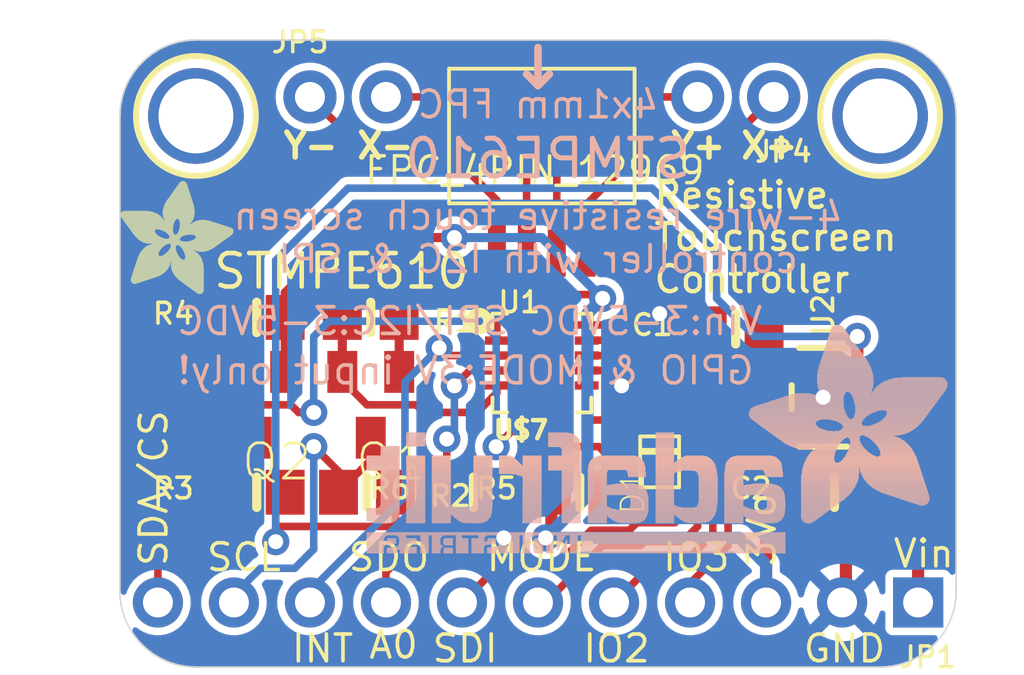
<source format=kicad_pcb>
(kicad_pcb (version 20221018) (generator pcbnew)
  (layers (0 "F.Cu" signal) (31 "B.Cu" signal) (34 "B.Paste" user) (35 "F.Paste" user) (36 "B.SilkS" user "B.Silkscreen") (37 "F.SilkS" user "F.Silkscreen") (38 "B.Mask" user) (39 "F.Mask" user) (44 "Edge.Cuts" user))
  (net 0 "")
  (net 1 "GND")
  (net 2 "A0")
  (net 3 "INT")
  (net 4 "GPIO2")
  (net 5 "GPIO3")
  (net 6 "Y+")
  (net 7 "Y-")
  (net 8 "X+")
  (net 9 "X-")
  (net 10 "SDA_3V")
  (net 11 "SCL_3V")
  (net 12 "SDA_5V")
  (net 13 "SCL_5V")
  (net 14 "+3V3")
  (net 15 "+5V")
  (net 16 "MOSI_3V")
  (net 17 "MOSI_5V")
  (net 18 "MODE")
  (footprint "working:SOD-323F" (layer "F.Cu") (at 152.5651 108.6231 90)
    (fp_text reference "D1" (at -1.8 -0.9 90) (layer "F.SilkS") (effects (font (size 0.752978 0.752978) (thickness 0.059822)) (justify left)))
    (fp_text value "1N4148")
    (pad "A" smd rect (at -1 0 90) (size 1 0.8) (layers "F.Cu" "F.Paste" "F.Mask") (net 16 "MOSI_3V"))
    (pad "C" smd rect (at 1 0 90) (size 1 0.8) (layers "F.Cu" "F.Paste" "F.Mask") (net 17 "MOSI_5V"))
  )
  (footprint "working:ADAFRUIT_3.5MM" (layer "F.Cu") (at 134.5311 103.0351)
    (fp_text reference "U$8" hide)
    (fp_text value "" hide)
  )
  (footprint "working:FIDUCIAL_1MM" (layer "F.Cu") (at 139.4841 99.6061)
    (fp_text reference "FID1" hide)
    (fp_text value "FIDUCIAL\"\"" hide)
    (pad "1" smd roundrect (at 0 0) (size 1 1) (layers "F.Cu" "F.Mask") (roundrect_rratio 0.5))
  )
  (footprint "working:0805-NO" (layer "F.Cu") (at 146.3421 109.6391 180)
    (fp_text reference "R6" (at 2.032 0.127) (layer "F.SilkS") (effects (font (size 0.692831 0.692831) (thickness 0.119969)) (justify right)))
    (fp_text value "10K")
    (pad "1" smd rect (at -0.95 0 180) (size 1.3 1.5) (layers "F.Cu" "F.Paste" "F.Mask") (net 1 "GND"))
    (pad "2" smd rect (at 0.95 0 180) (size 1.3 1.5) (layers "F.Cu" "F.Paste" "F.Mask") (net 2 "A0"))
  )
  (footprint "working:1X02_ROUND" (layer "F.Cu") (at 142.1511 96.4311)
    (fp_text reference "JP5" (at -2.6162 -1.8288) (layer "F.SilkS") (effects (font (size 0.692831 0.692831) (thickness 0.119969)) (justify left)))
    (fp_text value "")
    (pad "1" thru_hole circle (at -1.27 0 90) (size 1.778 1.778) (drill 1) (layers "*.Cu" "*.Mask") (net 7 "Y-"))
    (pad "2" thru_hole circle (at 1.27 0 90) (size 1.778 1.778) (drill 1) (layers "*.Cu" "*.Mask") (net 9 "X-"))
  )
  (footprint "working:0805-NO" (layer "F.Cu") (at 142.7861 109.6391)
    (fp_text reference "R2" (at 2.032 0.127) (layer "F.SilkS") (effects (font (size 0.692831 0.692831) (thickness 0.119969)) (justify left)))
    (fp_text value "10K")
    (pad "1" smd rect (at -0.95 0) (size 1.3 1.5) (layers "F.Cu" "F.Paste" "F.Mask") (net 13 "SCL_5V"))
    (pad "2" smd rect (at 0.95 0) (size 1.3 1.5) (layers "F.Cu" "F.Paste" "F.Mask") (net 15 "+5V"))
  )
  (footprint "working:0805-NO" (layer "F.Cu") (at 155.1051 104.1781 180)
    (fp_text reference "C1" (at 2.032 0.127) (layer "F.SilkS") (effects (font (size 0.692831 0.692831) (thickness 0.119969)) (justify right)))
    (fp_text value "0.1uF")
    (pad "1" smd rect (at -0.95 0 180) (size 1.3 1.5) (layers "F.Cu" "F.Paste" "F.Mask") (net 14 "+3V3"))
    (pad "2" smd rect (at 0.95 0 180) (size 1.3 1.5) (layers "F.Cu" "F.Paste" "F.Mask") (net 1 "GND"))
  )
  (footprint "working:SOT23" (layer "F.Cu") (at 142.9131 106.7181 180)
    (fp_text reference "Q1" (at -1.905 -1.905) (layer "F.SilkS") (effects (font (size 1.176528 1.176528) (thickness 0.093472)) (justify right)))
    (fp_text value "BSS138")
    (pad "1" smd rect (at -0.95 1.1 180) (size 1 1.4) (layers "F.Cu" "F.Paste" "F.Mask") (net 14 "+3V3"))
    (pad "2" smd rect (at 0.95 1.1 180) (size 1 1.4) (layers "F.Cu" "F.Paste" "F.Mask") (net 11 "SCL_3V"))
    (pad "3" smd rect (at 0 -1.1 180) (size 1 1.4) (layers "F.Cu" "F.Paste" "F.Mask") (net 13 "SCL_5V"))
  )
  (footprint "working:MOUNTINGHOLE_2.5_PLATED" (layer "F.Cu") (at 137.0711 97.0661)
    (fp_text reference "U$4" hide)
    (fp_text value "MOUNTINGHOLE2.5" hide)
    (pad "P$1" thru_hole circle (at 0 0) (size 3.2 3.2) (drill 2.5) (layers "*.Cu" "*.Mask"))
    (zone (net 0) (net_name "") (layer "B.Cu") (connect_pads (clearance 0)) (min_thickness 0.25)
      (keepout (tracks not_allowed) (vias not_allowed) (pads not_allowed) (copperpour not_allowed) (footprints allowed))
      (fill (thermal_gap 0.5) (thermal_bridge_width 0.5))
      (polygon (pts (xy 139.0871 97.0661) (xy 139.06748 96.785527) (xy 139.009004 96.510415) (xy 138.912808 96.246119) (xy 138.780765 95.997783) (xy 138.615446 95.77024) (xy 138.420067 95.56792) (xy 138.198433 95.39476) (xy 137.954856 95.254131) (xy 137.694078 95.14877) (xy 137.421175 95.080728) (xy 137.141457 95.051328) (xy 136.860371 95.061144) (xy 136.583385 95.109984) (xy 136.315893 95.196897) (xy 136.0631 95.320193) (xy 135.829926 95.47747) (xy 135.620911 95.665669) (xy 135.440122 95.881125) (xy 135.291078 96.119645) (xy 135.17668 96.376587) (xy 135.099154 96.64695) (xy 135.060011 96.925471) (xy 135.060011 97.206729) (xy 135.099154 97.48525) (xy 135.17668 97.755613) (xy 135.291078 98.012555) (xy 135.440122 98.251075) (xy 135.620911 98.466531) (xy 135.829926 98.65473) (xy 136.0631 98.812007) (xy 136.315893 98.935303) (xy 136.583385 99.022216) (xy 136.860371 99.071056) (xy 137.141457 99.080872) (xy 137.421175 99.051472) (xy 137.694078 98.98343) (xy 137.954856 98.878069) (xy 138.198433 98.73744) (xy 138.420067 98.56428) (xy 138.615446 98.36196) (xy 138.780765 98.134417) (xy 138.912808 97.886081) (xy 139.009004 97.621785) (xy 139.06748 97.346673)))
      (polygon (pts (xy 137.0551 97.0661) (xy 137.059786 97.077414) (xy 137.0711 97.0821) (xy 137.082414 97.077414) (xy 137.0871 97.0661) (xy 137.082414 97.054786) (xy 137.0711 97.0501) (xy 137.059786 97.054786)))
    )
  )
  (footprint "working:0805-NO" (layer "F.Cu") (at 139.1031 109.6391 180)
    (fp_text reference "R3" (at 2.032 0.127) (layer "F.SilkS") (effects (font (size 0.692831 0.692831) (thickness 0.119969)) (justify right)))
    (fp_text value "10K")
    (pad "1" smd rect (at -0.95 0 180) (size 1.3 1.5) (layers "F.Cu" "F.Paste" "F.Mask") (net 15 "+5V"))
    (pad "2" smd rect (at 0.95 0 180) (size 1.3 1.5) (layers "F.Cu" "F.Paste" "F.Mask") (net 12 "SDA_5V"))
  )
  (footprint "working:FIDUCIAL_1MM" (layer "F.Cu") (at 137.3251 107.6071)
    (fp_text reference "FID3" hide)
    (fp_text value "FIDUCIAL\"\"" hide)
    (pad "1" smd roundrect (at 0 0) (size 1 1) (layers "F.Cu" "F.Mask") (roundrect_rratio 0.5))
  )
  (footprint "working:0805-NO" (layer "F.Cu") (at 142.9131 103.7971)
    (fp_text reference "R1" (at 2.032 0.127) (layer "F.SilkS") (effects (font (size 0.692831 0.692831) (thickness 0.119969)) (justify left)))
    (fp_text value "10K")
    (pad "1" smd rect (at -0.95 0) (size 1.3 1.5) (layers "F.Cu" "F.Paste" "F.Mask") (net 11 "SCL_3V"))
    (pad "2" smd rect (at 0.95 0) (size 1.3 1.5) (layers "F.Cu" "F.Paste" "F.Mask") (net 14 "+3V3"))
  )
  (footprint "working:MOUNTINGHOLE_2.5_PLATED" (layer "F.Cu") (at 159.9311 97.0661)
    (fp_text reference "U$5" hide)
    (fp_text value "MOUNTINGHOLE2.5" hide)
    (pad "P$1" thru_hole circle (at 0 0) (size 3.2 3.2) (drill 2.5) (layers "*.Cu" "*.Mask"))
    (zone (net 0) (net_name "") (layer "B.Cu") (connect_pads (clearance 0)) (min_thickness 0.25)
      (keepout (tracks not_allowed) (vias not_allowed) (pads not_allowed) (copperpour not_allowed) (footprints allowed))
      (fill (thermal_gap 0.5) (thermal_bridge_width 0.5))
      (polygon (pts (xy 161.9471 97.0661) (xy 161.92748 96.785527) (xy 161.869004 96.510415) (xy 161.772808 96.246119) (xy 161.640765 95.997783) (xy 161.475446 95.77024) (xy 161.280067 95.56792) (xy 161.058433 95.39476) (xy 160.814856 95.254131) (xy 160.554078 95.14877) (xy 160.281175 95.080728) (xy 160.001457 95.051328) (xy 159.720371 95.061144) (xy 159.443385 95.109984) (xy 159.175893 95.196897) (xy 158.9231 95.320193) (xy 158.689926 95.47747) (xy 158.480911 95.665669) (xy 158.300122 95.881125) (xy 158.151078 96.119645) (xy 158.03668 96.376587) (xy 157.959154 96.64695) (xy 157.920011 96.925471) (xy 157.920011 97.206729) (xy 157.959154 97.48525) (xy 158.03668 97.755613) (xy 158.151078 98.012555) (xy 158.300122 98.251075) (xy 158.480911 98.466531) (xy 158.689926 98.65473) (xy 158.9231 98.812007) (xy 159.175893 98.935303) (xy 159.443385 99.022216) (xy 159.720371 99.071056) (xy 160.001457 99.080872) (xy 160.281175 99.051472) (xy 160.554078 98.98343) (xy 160.814856 98.878069) (xy 161.058433 98.73744) (xy 161.280067 98.56428) (xy 161.475446 98.36196) (xy 161.640765 98.134417) (xy 161.772808 97.886081) (xy 161.869004 97.621785) (xy 161.92748 97.346673)))
      (polygon (pts (xy 159.9151 97.0661) (xy 159.919786 97.077414) (xy 159.9311 97.0821) (xy 159.942414 97.077414) (xy 159.9471 97.0661) (xy 159.942414 97.054786) (xy 159.9311 97.0501) (xy 159.919786 97.054786)))
    )
  )
  (footprint "working:0805-NO" (layer "F.Cu") (at 149.8981 109.6391 180)
    (fp_text reference "R5" (at 2.032 0.127) (layer "F.SilkS") (effects (font (size 0.692831 0.692831) (thickness 0.119969)) (justify right)))
    (fp_text value "10K")
    (pad "1" smd rect (at -0.95 0 180) (size 1.3 1.5) (layers "F.Cu" "F.Paste" "F.Mask") (net 16 "MOSI_3V"))
    (pad "2" smd rect (at 0.95 0 180) (size 1.3 1.5) (layers "F.Cu" "F.Paste" "F.Mask") (net 14 "+3V3"))
  )
  (footprint "working:QFN16_3MM" (layer "F.Cu") (at 148.6281 105.3211)
    (fp_text reference "U1" (at -1.524 -2.032) (layer "F.SilkS") (effects (font (size 0.692831 0.692831) (thickness 0.119969)) (justify left)))
    (fp_text value "STMPE610")
    (pad "P$1" smd rect (at -1.5 -0.75) (size 0.8 0.28) (layers "F.Cu" "F.Paste" "F.Mask") (net 7 "Y-"))
    (pad "P$2" smd rect (at -1.5 -0.25) (size 0.8 0.28) (layers "F.Cu" "F.Paste" "F.Mask") (net 3 "INT"))
    (pad "P$3" smd rect (at -1.5 0.25) (size 0.8 0.28) (layers "F.Cu" "F.Paste" "F.Mask") (net 2 "A0"))
    (pad "P$4" smd rect (at -1.5 0.75) (size 0.8 0.28) (layers "F.Cu" "F.Paste" "F.Mask") (net 11 "SCL_3V"))
    (pad "P$5" smd rect (at -0.75 1.5 90) (size 0.8 0.28) (layers "F.Cu" "F.Paste" "F.Mask") (net 10 "SDA_3V"))
    (pad "P$6" smd rect (at -0.25 1.5 90) (size 0.8 0.28) (layers "F.Cu" "F.Paste" "F.Mask") (net 14 "+3V3"))
    (pad "P$7" smd rect (at 0.25 1.5 90) (size 0.8 0.28) (layers "F.Cu" "F.Paste" "F.Mask") (net 16 "MOSI_3V"))
    (pad "P$8" smd rect (at 0.75 1.5 90) (size 0.8 0.28) (layers "F.Cu" "F.Paste" "F.Mask"))
    (pad "P$9" smd rect (at 1.5 0.75 180) (size 0.8 0.28) (layers "F.Cu" "F.Paste" "F.Mask") (net 18 "MODE"))
    (pad "P$10" smd rect (at 1.5 0.25 180) (size 0.8 0.28) (layers "F.Cu" "F.Paste" "F.Mask") (net 1 "GND"))
    (pad "P$11" smd rect (at 1.5 -0.25 180) (size 0.8 0.28) (layers "F.Cu" "F.Paste" "F.Mask") (net 4 "GPIO2"))
    (pad "P$12" smd rect (at 1.5 -0.75 180) (size 0.8 0.28) (layers "F.Cu" "F.Paste" "F.Mask") (net 5 "GPIO3"))
    (pad "P$13" smd rect (at 0.75 -1.5 270) (size 0.8 0.28) (layers "F.Cu" "F.Paste" "F.Mask") (net 8 "X+"))
    (pad "P$14" smd rect (at 0.25 -1.5 270) (size 0.8 0.28) (layers "F.Cu" "F.Paste" "F.Mask") (net 14 "+3V3"))
    (pad "P$15" smd rect (at -0.25 -1.5 270) (size 0.8 0.28) (layers "F.Cu" "F.Paste" "F.Mask") (net 6 "Y+"))
    (pad "P$16" smd rect (at -0.75 -1.5 270) (size 0.8 0.28) (layers "F.Cu" "F.Paste" "F.Mask") (net 9 "X-"))
    (pad "THERMAL" smd rect (at 0 0) (size 1.5 1.5) (layers "F.Cu" "F.Mask"))
  )
  (footprint "working:SOT23-5" (layer "F.Cu") (at 158.0261 106.4641 90)
    (fp_text reference "U2" (at 1.978 0 90) (layer "F.SilkS") (effects (font (size 0.692831 0.692831) (thickness 0.119969)) (justify left)))
    (fp_text value "MIC5225-3.3")
    (pad "1" smd rect (at -0.95 1.3001 90) (size 0.55 1.2) (layers "F.Cu" "F.Paste" "F.Mask") (net 15 "+5V"))
    (pad "2" smd rect (at 0 1.3001 90) (size 0.55 1.2) (layers "F.Cu" "F.Paste" "F.Mask") (net 1 "GND"))
    (pad "3" smd rect (at 0.95 1.3001 90) (size 0.55 1.2) (layers "F.Cu" "F.Paste" "F.Mask") (net 15 "+5V"))
    (pad "4" smd rect (at 0.95 -1.3001 90) (size 0.55 1.2) (layers "F.Cu" "F.Paste" "F.Mask"))
    (pad "5" smd rect (at -0.95 -1.3001 90) (size 0.55 1.2) (layers "F.Cu" "F.Paste" "F.Mask") (net 14 "+3V3"))
  )
  (footprint "working:FPC_CONN_1MM_DUAL_4P" (layer "F.Cu") (at 148.6281 99.9871 180)
    (fp_text reference "U$7" (at 1.686 -7.573) (layer "F.SilkS") (effects (font (size 0.602488 0.602488) (thickness 0.210312)) (justify left)))
    (fp_text value "FPC_4PIN_12969" (at 5.983 1.101) (layer "F.SilkS") (effects (font (size 0.89916 0.89916) (thickness 0.11684)) (justify left)))
    (pad "1" smd rect (at -1.5 -1.3 270) (size 2.3 0.6) (layers "F.Cu" "F.Paste" "F.Mask") (net 8 "X+"))
    (pad "2" smd rect (at -0.5 -1.3 270) (size 2.3 0.6) (layers "F.Cu" "F.Paste" "F.Mask") (net 6 "Y+"))
    (pad "3" smd rect (at 0.5 -1.3 270) (size 2.3 0.6) (layers "F.Cu" "F.Paste" "F.Mask") (net 9 "X-"))
    (pad "4" smd rect (at 1.5 -1.3 270) (size 2.3 0.6) (layers "F.Cu" "F.Paste" "F.Mask") (net 7 "Y-"))
  )
  (footprint "working:0805-NO" (layer "F.Cu") (at 139.1031 103.7971 180)
    (fp_text reference "R4" (at 2.032 0.127) (layer "F.SilkS") (effects (font (size 0.692831 0.692831) (thickness 0.119969)) (justify right)))
    (fp_text value "10K")
    (pad "1" smd rect (at -0.95 0 180) (size 1.3 1.5) (layers "F.Cu" "F.Paste" "F.Mask") (net 14 "+3V3"))
    (pad "2" smd rect (at 0.95 0 180) (size 1.3 1.5) (layers "F.Cu" "F.Paste" "F.Mask") (net 10 "SDA_3V"))
  )
  (footprint "working:SOT23" (layer "F.Cu") (at 139.1031 106.7181 180)
    (fp_text reference "Q2" (at -1.905 -1.905) (layer "F.SilkS") (effects (font (size 1.176528 1.176528) (thickness 0.093472)) (justify right)))
    (fp_text value "BSS138")
    (pad "1" smd rect (at -0.95 1.1 180) (size 1 1.4) (layers "F.Cu" "F.Paste" "F.Mask") (net 14 "+3V3"))
    (pad "2" smd rect (at 0.95 1.1 180) (size 1 1.4) (layers "F.Cu" "F.Paste" "F.Mask") (net 10 "SDA_3V"))
    (pad "3" smd rect (at 0 -1.1 180) (size 1 1.4) (layers "F.Cu" "F.Paste" "F.Mask") (net 12 "SDA_5V"))
  )
  (footprint "working:1X02_ROUND" (layer "F.Cu") (at 155.1051 96.4311 180)
    (fp_text reference "JP4" (at -2.6162 -1.8288) (layer "F.SilkS") (effects (font (size 0.692831 0.692831) (thickness 0.119969)) (justify right)))
    (fp_text value "")
    (pad "1" thru_hole circle (at -1.27 0 270) (size 1.778 1.778) (drill 1) (layers "*.Cu" "*.Mask") (net 8 "X+"))
    (pad "2" thru_hole circle (at 1.27 0 270) (size 1.778 1.778) (drill 1) (layers "*.Cu" "*.Mask") (net 6 "Y+"))
  )
  (footprint "working:FIDUCIAL_1MM" (layer "F.Cu") (at 161.2011 104.3051)
    (fp_text reference "FID2" hide)
    (fp_text value "FIDUCIAL\"\"" hide)
    (pad "1" smd roundrect (at 0 0) (size 1 1) (layers "F.Cu" "F.Mask") (roundrect_rratio 0.5))
  )
  (footprint "working:1X11_ROUND" (layer "F.Cu") (at 148.5011 113.3221 180)
    (fp_text reference "JP1" (at -14.0462 -1.8288) (layer "F.SilkS") (effects (font (size 0.692831 0.692831) (thickness 0.119969)) (justify right)))
    (fp_text value "")
    (pad "1" thru_hole rect (at -12.7 0 270) (size 1.6764 1.6764) (drill 1) (layers "*.Cu" "*.Mask") (net 15 "+5V"))
    (pad "2" thru_hole circle (at -10.16 0 270) (size 1.6764 1.6764) (drill 1) (layers "*.Cu" "*.Mask") (net 1 "GND"))
    (pad "3" thru_hole circle (at -7.62 0 270) (size 1.6764 1.6764) (drill 1) (layers "*.Cu" "*.Mask") (net 14 "+3V3"))
    (pad "4" thru_hole circle (at -5.08 0 270) (size 1.6764 1.6764) (drill 1) (layers "*.Cu" "*.Mask") (net 5 "GPIO3"))
    (pad "5" thru_hole circle (at -2.54 0 270) (size 1.6764 1.6764) (drill 1) (layers "*.Cu" "*.Mask") (net 4 "GPIO2"))
    (pad "6" thru_hole circle (at 0 0 270) (size 1.6764 1.6764) (drill 1) (layers "*.Cu" "*.Mask") (net 18 "MODE"))
    (pad "7" thru_hole circle (at 2.54 0 270) (size 1.6764 1.6764) (drill 1) (layers "*.Cu" "*.Mask") (net 17 "MOSI_5V"))
    (pad "8" thru_hole circle (at 5.08 0 270) (size 1.6764 1.6764) (drill 1) (layers "*.Cu" "*.Mask") (net 2 "A0"))
    (pad "9" thru_hole circle (at 7.62 0 270) (size 1.6764 1.6764) (drill 1) (layers "*.Cu" "*.Mask") (net 3 "INT"))
    (pad "10" thru_hole circle (at 10.16 0 270) (size 1.6764 1.6764) (drill 1) (layers "*.Cu" "*.Mask") (net 13 "SCL_5V"))
    (pad "11" thru_hole circle (at 12.7 0 270) (size 1.6764 1.6764) (drill 1) (layers "*.Cu" "*.Mask") (net 12 "SDA_5V"))
  )
  (footprint "working:0805-NO" (layer "F.Cu") (at 158.4071 109.6391 180)
    (fp_text reference "C2" (at 2.032 0.127) (layer "F.SilkS") (effects (font (size 0.692831 0.692831) (thickness 0.119969)) (justify right)))
    (fp_text value "10uF")
    (pad "1" smd rect (at -0.95 0 180) (size 1.3 1.5) (layers "F.Cu" "F.Paste" "F.Mask") (net 15 "+5V"))
    (pad "2" smd rect (at 0.95 0 180) (size 1.3 1.5) (layers "F.Cu" "F.Paste" "F.Mask") (net 1 "GND"))
  )
  (footprint "working:ADAFRUIT_TEXT_20MM" (layer "B.Cu") (at 162.3441 111.6711 180)
    (fp_text reference "U$6" hide)
    (fp_text value "" hide)
  )
  (gr_line (start 148.5011 96.0501) (end 148.8821 95.6691) (stroke (width 0.254)) (layer "B.SilkS"))
  (gr_line (start 148.5011 96.0501) (end 148.1201 95.6691) (stroke (width 0.254)) (layer "B.SilkS"))
  (gr_line (start 148.5011 94.7801) (end 148.5011 96.0501) (stroke (width 0.254)) (layer "B.SilkS"))
  (gr_arc (start 134.5311 97.0661) (mid 135.275049 95.270049) (end 137.0711 94.5261) (stroke (width 0.05)) (layer "Edge.Cuts"))
  (gr_line (start 137.0711 94.5261) (end 159.9311 94.5261) (stroke (width 0.05)) (layer "Edge.Cuts"))
  (gr_arc (start 137.0711 115.4811) (mid 135.275049 114.737151) (end 134.5311 112.9411) (stroke (width 0.05)) (layer "Edge.Cuts"))
  (gr_arc (start 159.9311 94.5261) (mid 161.727151 95.270049) (end 162.4711 97.0661) (stroke (width 0.05)) (layer "Edge.Cuts"))
  (gr_line (start 162.4711 97.0661) (end 162.4711 112.9411) (stroke (width 0.05)) (layer "Edge.Cuts"))
  (gr_arc (start 162.4711 112.9411) (mid 161.727151 114.737151) (end 159.9311 115.4811) (stroke (width 0.05)) (layer "Edge.Cuts"))
  (gr_line (start 134.5311 112.9411) (end 134.5311 97.0661) (stroke (width 0.05)) (layer "Edge.Cuts"))
  (gr_line (start 159.9311 115.4811) (end 137.0711 115.4811) (stroke (width 0.05)) (layer "Edge.Cuts"))
  (gr_text "GPIO & MODE:3V input only!" (at 146.0881 105.5751) (layer "B.SilkS") (effects (font (size 0.89408 0.89408) (thickness 0.12192)) (justify mirror)))
  (gr_text "4x1mm FPC" (at 148.5011 96.6851) (layer "B.SilkS") (effects (font (size 0.89408 0.89408) (thickness 0.12192)) (justify mirror)))
  (gr_text "STMPE610" (at 153.7081 99.2251) (layer "B.SilkS") (effects (font (size 1.251712 1.251712) (thickness 0.170688)) (justify left bottom mirror)))
  (gr_text "4-wire resistive touch screen\ncontroller with I2C & SPI" (at 148.5011 101.1301) (layer "B.SilkS") (effects (font (size 0.89408 0.89408) (thickness 0.12192)) (justify mirror)))
  (gr_text "Vin:3-5VDC SPI/I2C:3-5VDC" (at 146.2151 103.9241) (layer "B.SilkS") (effects (font (size 0.89408 0.89408) (thickness 0.12192)) (justify mirror)))
  (gr_text "MODE" (at 150.5331 111.2901) (layer "F.SilkS") (effects (font (size 0.89408 0.89408) (thickness 0.12192)) (justify right top)))
  (gr_text "SDA/CS" (at 136.1821 112.1791 90) (layer "F.SilkS") (effects (font (size 0.89408 0.89408) (thickness 0.12192)) (justify left bottom)))
  (gr_text "Y-" (at 141.8971 97.5741) (layer "F.SilkS") (effects (font (size 0.83312 0.83312) (thickness 0.18288)) (justify right top)))
  (gr_text "Vin" (at 162.4711 111.1631) (layer "F.SilkS") (effects (font (size 0.89408 0.89408) (thickness 0.12192)) (justify right top)))
  (gr_text "SCL" (at 139.9921 111.2901) (layer "F.SilkS") (effects (font (size 0.89408 0.89408) (thickness 0.12192)) (justify right top)))
  (gr_text "X+" (at 157.2641 97.5741) (layer "F.SilkS") (effects (font (size 0.83312 0.83312) (thickness 0.18288)) (justify right top)))
  (gr_text "IO2" (at 152.3111 114.3381) (layer "F.SilkS") (effects (font (size 0.89408 0.89408) (thickness 0.12192)) (justify right top)))
  (gr_text "3Vo" (at 156.5021 112.1791 90) (layer "F.SilkS") (effects (font (size 0.89408 0.89408) (thickness 0.12192)) (justify left bottom)))
  (gr_text "SDI" (at 147.2311 114.3381) (layer "F.SilkS") (effects (font (size 0.89408 0.89408) (thickness 0.12192)) (justify right top)))
  (gr_text "STMPE610" (at 137.5791 102.9081) (layer "F.SilkS") (effects (font (size 1.1176 1.1176) (thickness 0.1524)) (justify left bottom)))
  (gr_text "SDO" (at 144.9451 111.2901) (layer "F.SilkS") (effects (font (size 0.89408 0.89408) (thickness 0.12192)) (justify right top)))
  (gr_text "INT" (at 142.4051 114.3381) (layer "F.SilkS") (effects (font (size 0.89408 0.89408) (thickness 0.12192)) (justify right top)))
  (gr_text "X-" (at 144.4371 97.5741) (layer "F.SilkS") (effects (font (size 0.83312 0.83312) (thickness 0.18288)) (justify right top)))
  (gr_text "Resistive\nTouchscreen\nController" (at 152.3111 103.0351) (layer "F.SilkS") (effects (font (size 0.87376 0.87376) (thickness 0.14224)) (justify left bottom)))
  (gr_text "Y+" (at 154.8511 97.5741) (layer "F.SilkS") (effects (font (size 0.83312 0.83312) (thickness 0.18288)) (justify right top)))
  (gr_text "IO3" (at 154.9781 111.2901) (layer "F.SilkS") (effects (font (size 0.89408 0.89408) (thickness 0.12192)) (justify right top)))
  (gr_text "A0" (at 144.5641 114.2111) (layer "F.SilkS") (effects (font (size 0.89408 0.89408) (thickness 0.12192)) (justify right top)))
  (gr_text "GND" (at 160.1851 114.3381) (layer "F.SilkS") (effects (font (size 0.89408 0.89408) (thickness 0.12192)) (justify right top)))
  (segment (start 159.3262 106.4641) (end 158.0261 106.4641) (width 0.254) (layer "F.Cu") (net 1))
  (segment (start 157.4571 109.6391) (end 157.4571 110.2131) (width 0.4064) (layer "F.Cu") (net 1))
  (segment (start 150.1281 105.5711) (end 150.7831 105.5711) (width 0.254) (layer "F.Cu") (net 1))
  (segment (start 157.4571 110.2131) (end 158.7881 111.5441) (width 0.4064) (layer "F.Cu") (net 1))
  (segment (start 150.7831 105.5711) (end 151.2951 106.0831) (width 0.254) (layer "F.Cu") (net 1))
  (segment (start 158.7881 111.5441) (end 158.7881 113.3221) (width 0.4064) (layer "F.Cu") (net 1))
  (segment (start 147.2921 109.6391) (end 147.3581 109.5731) (width 0.254) (layer "F.Cu") (net 1))
  (segment (start 153.0731 104.1781) (end 154.1551 104.1781) (width 0.254) (layer "F.Cu") (net 1))
  (segment (start 158.7881 113.3221) (end 158.6611 113.3221) (width 0.4064) (layer "F.Cu") (net 1))
  (segment (start 152.5651 103.6701) (end 153.0731 104.1781) (width 0.254) (layer "F.Cu") (net 1))
  (segment (start 147.3581 109.5731) (end 147.3581 111.1631) (width 0.254) (layer "F.Cu") (net 1))
  (via (at 158.0261 106.4641) (size 0.9064) (drill 0.5) (layers "F.Cu" "B.Cu") (net 1))
  (via (at 151.2951 106.0831) (size 0.9064) (drill 0.5) (layers "F.Cu" "B.Cu") (net 1))
  (via (at 152.5651 103.6701) (size 0.9064) (drill 0.5) (layers "F.Cu" "B.Cu") (net 1))
  (via (at 147.3581 111.1631) (size 0.9064) (drill 0.5) (layers "F.Cu" "B.Cu") (net 1))
  (segment (start 151.2951 106.0831) (end 151.4221 106.0831) (width 0.254) (layer "B.Cu") (net 1))
  (segment (start 148.2471 110.2741) (end 148.2471 103.2891) (width 0.254) (layer "B.Cu") (net 1))
  (segment (start 148.2471 103.2891) (end 142.6591 103.2891) (width 0.254) (layer "B.Cu") (net 1))
  (segment (start 147.3581 111.1631) (end 148.2471 110.2741) (width 0.254) (layer "B.Cu") (net 1))
  (segment (start 151.4221 106.0831) (end 151.4221 105.9561) (width 0.254) (layer "B.Cu") (net 1))
  (segment (start 147.1281 105.5711) (end 146.2191 105.5711) (width 0.254) (layer "F.Cu") (net 2))
  (segment (start 146.2191 105.5711) (end 145.7071 106.0831) (width 0.254) (layer "F.Cu") (net 2))
  (segment (start 145.3921 109.6391) (end 145.0721 109.9591) (width 0.254) (layer "F.Cu") (net 2))
  (segment (start 145.0721 109.9591) (end 145.0721 110.6551) (width 0.254) (layer "F.Cu") (net 2))
  (segment (start 143.4211 112.3061) (end 143.4211 113.3221) (width 0.254) (layer "F.Cu") (net 2))
  (segment (start 145.0721 110.6551) (end 143.4211 112.3061) (width 0.254) (layer "F.Cu") (net 2))
  (segment (start 145.3921 109.6391) (end 145.4531 109.5781) (width 0.254) (layer "F.Cu") (net 2))
  (segment (start 145.4531 107.8611) (end 145.4531 109.5781) (width 0.254) (layer "F.Cu") (net 2))
  (via (at 145.7071 106.0831) (size 0.9064) (drill 0.5) (layers "F.Cu" "B.Cu") (net 2))
  (via (at 145.4531 107.8611) (size 0.9064) (drill 0.5) (layers "F.Cu" "B.Cu") (net 2))
  (segment (start 145.7071 107.6071) (end 145.4531 107.8611) (width 0.254) (layer "B.Cu") (net 2))
  (segment (start 145.7071 106.0831) (end 145.7071 107.6071) (width 0.254) (layer "B.Cu") (net 2))
  (segment (start 145.4571 105.0711) (end 147.1281 105.0711) (width 0.254) (layer "F.Cu") (net 3))
  (segment (start 145.1991 104.8131) (end 145.4571 105.0711) (width 0.254) (layer "F.Cu") (net 3))
  (via (at 145.1991 104.8131) (size 0.9064) (drill 0.5) (layers "F.Cu" "B.Cu") (net 3))
  (segment (start 144.0561 105.9561) (end 144.0561 109.7661) (width 0.254) (layer "B.Cu") (net 3))
  (segment (start 144.0561 109.7661) (end 140.8811 112.9411) (width 0.254) (layer "B.Cu") (net 3))
  (segment (start 140.8811 112.9411) (end 140.8811 113.3221) (width 0.254) (layer "B.Cu") (net 3))
  (segment (start 145.1991 104.8131) (end 144.0561 105.9561) (width 0.254) (layer "B.Cu") (net 3))
  (segment (start 153.4541 111.9251) (end 152.4381 111.9251) (width 0.254) (layer "F.Cu") (net 4))
  (segment (start 150.1281 105.0711) (end 151.6801 105.0711) (width 0.254) (layer "F.Cu") (net 4))
  (segment (start 154.3431 111.0361) (end 153.4541 111.9251) (width 0.254) (layer "F.Cu") (net 4))
  (segment (start 152.5651 105.9561) (end 154.3431 105.9561) (width 0.254) (layer "F.Cu") (net 4))
  (segment (start 151.6801 105.0711) (end 152.5651 105.9561) (width 0.254) (layer "F.Cu") (net 4))
  (segment (start 154.3431 105.9561) (end 154.3431 111.0361) (width 0.254) (layer "F.Cu") (net 4))
  (segment (start 152.4381 111.9251) (end 151.0411 113.3221) (width 0.254) (layer "F.Cu") (net 4))
  (segment (start 150.1401 104.5591) (end 150.1281 104.5711) (width 0.254) (layer "F.Cu") (net 5))
  (segment (start 152.0571 104.5591) (end 150.1401 104.5591) (width 0.254) (layer "F.Cu") (net 5))
  (segment (start 154.8511 105.4481) (end 152.9461 105.4481) (width 0.254) (layer "F.Cu") (net 5))
  (segment (start 153.5811 112.6871) (end 153.5811 113.3221) (width 0.254) (layer "F.Cu") (net 5))
  (segment (start 152.9461 105.4481) (end 152.0571 104.5591) (width 0.254) (layer "F.Cu") (net 5))
  (segment (start 154.8511 105.4481) (end 154.8511 111.4171) (width 0.254) (layer "F.Cu") (net 5))
  (segment (start 154.8511 111.4171) (end 153.5811 112.6871) (width 0.254) (layer "F.Cu") (net 5))
  (segment (start 148.3781 103.0311) (end 149.1361 102.2731) (width 0.254) (layer "F.Cu") (net 6))
  (segment (start 151.4221 96.4311) (end 153.8351 96.4311) (width 0.254) (layer "F.Cu") (net 6))
  (segment (start 148.3781 103.8211) (end 148.3781 103.0311) (width 0.254) (layer "F.Cu") (net 6))
  (segment (start 149.1361 102.2731) (end 149.1361 101.2951) (width 0.254) (layer "F.Cu") (net 6))
  (segment (start 149.1361 101.2951) (end 149.1281 101.2871) (width 0.254) (layer "F.Cu") (net 6))
  (segment (start 149.1281 98.7251) (end 151.4221 96.4311) (width 0.254) (layer "F.Cu") (net 6))
  (segment (start 149.1281 98.7251) (end 149.1281 101.2871) (width 0.254) (layer "F.Cu") (net 6))
  (segment (start 140.8811 96.4311) (end 142.4051 97.9551) (width 0.254) (layer "F.Cu") (net 7))
  (segment (start 145.1991 97.9551) (end 147.1281 99.8841) (width 0.254) (layer "F.Cu") (net 7))
  (segment (start 147.1281 104.5711) (end 147.1281 101.2871) (width 0.254) (layer "F.Cu") (net 7))
  (segment (start 142.4051 97.9551) (end 145.1991 97.9551) (width 0.254) (layer "F.Cu") (net 7))
  (segment (start 147.1281 99.8841) (end 147.1281 101.2871) (width 0.254) (layer "F.Cu") (net 7))
  (segment (start 156.3751 96.4311) (end 154.7241 98.0821) (width 0.254) (layer "F.Cu") (net 8))
  (segment (start 149.6081 104.0511) (end 151.1681 104.0511) (width 0.254) (layer "F.Cu") (net 8))
  (segment (start 149.3781 103.8211) (end 149.6081 104.0511) (width 0.254) (layer "F.Cu") (net 8))
  (segment (start 151.5491 101.6381) (end 151.1981 101.2871) (width 0.254) (layer "F.Cu") (net 8))
  (segment (start 151.1681 104.0511) (end 151.5491 103.6701) (width 0.254) (layer "F.Cu") (net 8))
  (segment (start 154.7241 98.0821) (end 152.0571 98.0821) (width 0.254) (layer "F.Cu") (net 8))
  (segment (start 151.1981 101.2871) (end 150.1281 101.2871) (width 0.254) (layer "F.Cu") (net 8))
  (segment (start 151.5491 103.6701) (end 151.5491 101.6381) (width 0.254) (layer "F.Cu") (net 8))
  (segment (start 150.1281 100.0111) (end 150.1281 101.2871) (width 0.254) (layer "F.Cu") (net 8))
  (segment (start 152.0571 98.0821) (end 150.1281 100.0111) (width 0.254) (layer "F.Cu") (net 8))
  (segment (start 145.8341 96.4311) (end 148.1201 98.7171) (width 0.254) (layer "F.Cu") (net 9))
  (segment (start 148.1201 102.2731) (end 148.1201 101.2951) (width 0.254) (layer "F.Cu") (net 9))
  (segment (start 143.4211 96.4311) (end 145.8341 96.4311) (width 0.254) (layer "F.Cu") (net 9))
  (segment (start 148.1201 101.2791) (end 148.1281 101.2871) (width 0.254) (layer "F.Cu") (net 9))
  (segment (start 148.1201 101.2951) (end 148.1281 101.2871) (width 0.254) (layer "F.Cu") (net 9))
  (segment (start 147.8781 102.5151) (end 148.1201 102.2731) (width 0.254) (layer "F.Cu") (net 9))
  (segment (start 147.8781 103.8211) (end 147.8781 102.5151) (width 0.254) (layer "F.Cu") (net 9))
  (segment (start 148.1201 98.7171) (end 148.1201 101.2791) (width 0.254) (layer "F.Cu") (net 9))
  (segment (start 138.1531 105.6181) (end 139.2531 106.7181) (width 0.254) (layer "F.Cu") (net 10))
  (segment (start 147.8781 107.3411) (end 147.8781 106.8211) (width 0.254) (layer "F.Cu") (net 10))
  (segment (start 138.1531 105.3821) (end 138.1531 105.6181) (width 0.254) (layer "F.Cu") (net 10))
  (segment (start 140.2461 106.7181) (end 140.5001 106.9721) (width 0.254) (layer "F.Cu") (net 10))
  (segment (start 147.1041 108.1151) (end 147.8781 107.3411) (width 0.254) (layer "F.Cu") (net 10))
  (segment (start 139.2531 106.7181) (end 140.2461 106.7181) (width 0.254) (layer "F.Cu") (net 10))
  (segment (start 140.5001 106.9721) (end 141.0081 106.9721) (width 0.254) (layer "F.Cu") (net 10))
  (segment (start 138.1531 103.7971) (end 138.1531 105.3821) (width 0.3048) (layer "F.Cu") (net 10))
  (via (at 147.1041 108.1151) (size 0.9064) (drill 0.5) (layers "F.Cu" "B.Cu") (net 10))
  (via (at 141.0081 106.9721) (size 0.9064) (drill 0.5) (layers "F.Cu" "B.Cu") (net 10))
  (segment (start 141.0081 106.9721) (end 141.0081 104.4321) (width 0.254) (layer "B.Cu") (net 10))
  (segment (start 141.5161 103.9241) (end 146.5961 103.9241) (width 0.254) (layer "B.Cu") (net 10))
  (segment (start 147.1041 104.4321) (end 147.1041 108.1151) (width 0.254) (layer "B.Cu") (net 10))
  (segment (start 146.5961 103.9241) (end 147.1041 104.4321) (width 0.254) (layer "B.Cu") (net 10))
  (segment (start 141.0081 104.4321) (end 141.5161 103.9241) (width 0.254) (layer "B.Cu") (net 10))
  (segment (start 144.4371 106.7181) (end 144.6911 106.9721) (width 0.254) (layer "F.Cu") (net 11))
  (segment (start 141.9631 105.6181) (end 141.9631 105.8951) (width 0.254) (layer "F.Cu") (net 11))
  (segment (start 144.6911 106.9721) (end 146.4691 106.9721) (width 0.254) (layer "F.Cu") (net 11))
  (segment (start 141.9631 105.8951) (end 142.7861 106.7181) (width 0.254) (layer "F.Cu") (net 11))
  (segment (start 146.4691 106.9721) (end 147.1281 106.3131) (width 0.254) (layer "F.Cu") (net 11))
  (segment (start 141.9631 105.6181) (end 141.9631 103.7971) (width 0.3048) (layer "F.Cu") (net 11))
  (segment (start 142.7861 106.7181) (end 144.4371 106.7181) (width 0.254) (layer "F.Cu") (net 11))
  (segment (start 147.1281 106.3131) (end 147.1281 106.0711) (width 0.254) (layer "F.Cu") (net 11))
  (segment (start 138.1531 108.7681) (end 138.1531 109.6391) (width 0.254) (layer "F.Cu") (net 12))
  (segment (start 137.9601 109.6391) (end 135.8011 111.7981) (width 0.254) (layer "F.Cu") (net 12))
  (segment (start 135.8011 111.7981) (end 135.8011 113.3221) (width 0.254) (layer "F.Cu") (net 12))
  (segment (start 139.1031 107.8181) (end 138.1531 108.7681) (width 0.254) (layer "F.Cu") (net 12))
  (segment (start 138.1531 109.6391) (end 137.9601 109.6391) (width 0.254) (layer "F.Cu") (net 12))
  (segment (start 141.8361 108.9431) (end 141.0081 108.1151) (width 0.254) (layer "F.Cu") (net 13))
  (segment (start 141.8361 109.6391) (end 141.8361 108.9431) (width 0.254) (layer "F.Cu") (net 13))
  (segment (start 142.9131 108.5621) (end 142.9131 107.8181) (width 0.254) (layer "F.Cu") (net 13))
  (segment (start 141.8361 109.6391) (end 142.9131 108.5621) (width 0.254) (layer "F.Cu") (net 13))
  (via (at 141.0081 108.1151) (size 0.9064) (drill 0.5) (layers "F.Cu" "B.Cu") (net 13))
  (segment (start 141.0081 111.5441) (end 141.0081 108.1151) (width 0.254) (layer "B.Cu") (net 13))
  (segment (start 140.3731 112.1791) (end 139.2301 112.1791) (width 0.254) (layer "B.Cu") (net 13))
  (segment (start 139.2301 112.1791) (end 138.3411 113.0681) (width 0.254) (layer "B.Cu") (net 13))
  (segment (start 141.0081 111.5441) (end 140.3731 112.1791) (width 0.254) (layer "B.Cu") (net 13))
  (segment (start 138.3411 113.0681) (end 138.3411 113.3221) (width 0.254) (layer "B.Cu") (net 13))
  (segment (start 155.9941 104.1781) (end 156.0551 104.1781) (width 0.254) (layer "F.Cu") (net 14))
  (segment (start 143.8021 103.0351) (end 143.8021 103.7361) (width 0.3048) (layer "F.Cu") (net 14))
  (segment (start 148.9481 108.6891) (end 148.9481 109.6391) (width 0.254) (layer "F.Cu") (net 14))
  (segment (start 155.6131 106.3012) (end 155.6131 104.5591) (width 0.4064) (layer "F.Cu") (net 14))
  (segment (start 144.1831 101.1301) (end 145.7071 101.1301) (width 0.3048) (layer "F.Cu") (net 14))
  (segment (start 156.1211 107.9881) (end 156.1211 113.3221) (width 0.4064) (layer "F.Cu") (net 14))
  (segment (start 148.8781 103.2931) (end 149.1361 103.0351) (width 0.254) (layer "F.Cu") (net 14))
  (segment (start 149.1361 103.0351) (end 150.5331 103.0351) (width 0.254) (layer "F.Cu") (net 14))
  (segment (start 143.0401 102.2731) (end 144.1831 101.1301) (width 0.3048) (layer "F.Cu") (net 14))
  (segment (start 140.0531 103.7971) (end 140.0531 102.9741) (width 0.3048) (layer "F.Cu") (net 14))
  (segment (start 148.9481 110.9701) (end 148.7551 111.1631) (width 0.4064) (layer "F.Cu") (net 14))
  (segment (start 156.6951 107.4141) (end 156.1211 107.9881) (width 0.4064) (layer "F.Cu") (net 14))
  (segment (start 143.8021 103.7361) (end 143.8631 103.7971) (width 0.3048) (layer "F.Cu") (net 14))
  (segment (start 155.6131 104.5591) (end 155.9941 104.1781) (width 0.254) (layer "F.Cu") (net 14))
  (segment (start 143.0401 102.2731) (end 143.8021 103.0351) (width 0.3048) (layer "F.Cu") (net 14))
  (segment (start 148.9481 109.6391) (end 148.9481 110.9701) (width 0.4064) (layer "F.Cu") (net 14))
  (segment (start 156.6951 107.4141) (end 156.726 107.4141) (width 0.254) (layer "F.Cu") (net 14))
  (segment (start 148.3781 108.1191) (end 148.9481 108.6891) (width 0.254) (layer "F.Cu") (net 14))
  (segment (start 148.3781 106.8211) (end 148.3781 108.1191) (width 0.254) (layer "F.Cu") (net 14))
  (segment (start 140.0531 102.9741) (end 140.7541 102.2731) (width 0.3048) (layer "F.Cu") (net 14))
  (segment (start 148.8781 103.8211) (end 148.8781 103.2931) (width 0.254) (layer "F.Cu") (net 14))
  (segment (start 156.726 107.4141) (end 155.6131 106.3012) (width 0.4064) (layer "F.Cu") (net 14))
  (segment (start 140.0531 103.7971) (end 140.0531 105.6181) (width 0.3048) (layer "F.Cu") (net 14))
  (segment (start 143.8631 105.6181) (end 143.8631 103.7971) (width 0.3048) (layer "F.Cu") (net 14))
  (segment (start 150.5331 103.0351) (end 150.6601 103.1621) (width 0.254) (layer "F.Cu") (net 14))
  (segment (start 140.7541 102.2731) (end 143.0401 102.2731) (width 0.3048) (layer "F.Cu") (net 14))
  (via (at 145.7071 101.1301) (size 0.9064) (drill 0.5) (layers "F.Cu" "B.Cu") (net 14))
  (via (at 148.7551 111.1631) (size 0.9064) (drill 0.5) (layers "F.Cu" "B.Cu") (net 14))
  (via (at 150.6601 103.1621) (size 0.9064) (drill 0.5) (layers "F.Cu" "B.Cu") (net 14))
  (segment (start 156.1211 112.0521) (end 156.1211 113.3221) (width 0.4064) (layer "B.Cu") (net 14))
  (segment (start 148.7551 111.1631) (end 155.2321 111.1631) (width 0.4064) (layer "B.Cu") (net 14))
  (segment (start 150.1521 109.7661) (end 150.1521 103.6701) (width 0.4064) (layer "B.Cu") (net 14))
  (segment (start 155.2321 111.1631) (end 156.1211 112.0521) (width 0.4064) (layer "B.Cu") (net 14))
  (segment (start 145.7071 101.1301) (end 148.6281 101.1301) (width 0.3048) (layer "B.Cu") (net 14))
  (segment (start 148.6281 101.1301) (end 150.6601 103.1621) (width 0.3048) (layer "B.Cu") (net 14))
  (segment (start 150.1521 103.6701) (end 150.6601 103.1621) (width 0.4064) (layer "B.Cu") (net 14))
  (segment (start 148.7551 111.1631) (end 150.1521 109.7661) (width 0.4064) (layer "B.Cu") (net 14))
  (segment (start 160.5661 105.5751) (end 159.3262 105.5751) (width 0.4064) (layer "F.Cu") (net 15))
  (segment (start 159.3262 105.5751) (end 159.3262 105.5141) (width 0.4064) (layer "F.Cu") (net 15))
  (segment (start 159.3571 107.445) (end 159.3262 107.4141) (width 0.254) (layer "F.Cu") (net 15))
  (segment (start 139.7381 109.6391) (end 140.0531 109.6391) (width 0.254) (layer "F.Cu") (net 15))
  (segment (start 159.1691 105.5141) (end 159.1691 104.4321) (width 0.4064) (layer "F.Cu") (net 15))
  (segment (start 159.3262 107.4141) (end 160.5661 107.4141) (width 0.4064) (layer "F.Cu") (net 15))
  (segment (start 159.3571 109.6391) (end 159.3571 107.445) (width 0.4064) (layer "F.Cu") (net 15))
  (segment (start 139.7381 110.7821) (end 139.7381 109.6391) (width 0.254) (layer "F.Cu") (net 15))
  (segment (start 161.2011 111.4831) (end 161.2011 113.3221) (width 0.4064) (layer "F.Cu") (net 15))
  (segment (start 160.5661 107.4141) (end 160.5661 105.5751) (width 0.4064) (layer "F.Cu") (net 15))
  (segment (start 143.7361 110.7821) (end 139.7381 110.7821) (width 0.254) (layer "F.Cu") (net 15))
  (segment (start 143.7361 109.6391) (end 143.7361 110.7821) (width 0.254) (layer "F.Cu") (net 15))
  (segment (start 159.3262 105.5141) (end 159.1691 105.5141) (width 0.4064) (layer "F.Cu") (net 15))
  (segment (start 139.7381 110.7821) (end 139.7381 111.2901) (width 0.254) (layer "F.Cu") (net 15))
  (segment (start 159.3571 109.6391) (end 161.2011 111.4831) (width 0.4064) (layer "F.Cu") (net 15))
  (via (at 139.7381 111.2901) (size 0.9064) (drill 0.5) (layers "F.Cu" "B.Cu") (net 15))
  (via (at 159.1691 104.4321) (size 0.9064) (drill 0.5) (layers "F.Cu" "B.Cu") (net 15))
  (segment (start 152.3111 99.4791) (end 154.4701 101.6381) (width 0.254) (layer "B.Cu") (net 15))
  (segment (start 154.4701 103.1621) (end 155.7401 104.4321) (width 0.254) (layer "B.Cu") (net 15))
  (segment (start 154.4701 101.6381) (end 154.4701 103.1621) (width 0.254) (layer "B.Cu") (net 15))
  (segment (start 142.1511 99.4791) (end 139.7381 101.8921) (width 0.254) (layer "B.Cu") (net 15))
  (segment (start 142.1511 99.4791) (end 152.3111 99.4791) (width 0.254) (layer "B.Cu") (net 15))
  (segment (start 139.7381 111.2901) (end 139.7381 101.8921) (width 0.254) (layer "B.Cu") (net 15))
  (segment (start 155.7401 104.4321) (end 159.1691 104.4321) (width 0.254) (layer "B.Cu") (net 15))
  (segment (start 150.9141 109.6231) (end 150.9141 108.4961) (width 0.254) (layer "F.Cu") (net 16))
  (segment (start 149.5171 108.1151) (end 150.5331 108.1151) (width 0.254) (layer "F.Cu") (net 16))
  (segment (start 148.8781 106.8211) (end 148.8781 107.4761) (width 0.254) (layer "F.Cu") (net 16))
  (segment (start 152.5651 109.6231) (end 150.9141 109.6231) (width 0.254) (layer "F.Cu") (net 16))
  (segment (start 150.5331 108.1151) (end 150.8481 108.4301) (width 0.254) (layer "F.Cu") (net 16))
  (segment (start 150.8481 108.4301) (end 150.8481 109.6391) (width 0.254) (layer "F.Cu") (net 16))
  (segment (start 148.8781 107.4761) (end 149.5171 108.1151) (width 0.254) (layer "F.Cu") (net 16))
  (segment (start 150.9141 108.4961) (end 150.8481 108.4301) (width 0.254) (layer "F.Cu") (net 16))
  (segment (start 153.3271 108.3851) (end 153.3271 110.4011) (width 0.254) (layer "F.Cu") (net 17))
  (segment (start 153.3271 110.4011) (end 153.0731 110.6551) (width 0.254) (layer "F.Cu") (net 17))
  (segment (start 151.5491 110.9091) (end 151.8031 110.6551) (width 0.254) (layer "F.Cu") (net 17))
  (segment (start 147.2311 112.0521) (end 145.9611 113.3221) (width 0.254) (layer "F.Cu") (net 17))
  (segment (start 147.2311 112.0521) (end 149.1361 112.0521) (width 0.254) (layer "F.Cu") (net 17))
  (segment (start 152.5651 107.6231) (end 153.3271 108.3851) (width 0.254) (layer "F.Cu") (net 17))
  (segment (start 149.1361 112.0521) (end 150.2791 110.9091) (width 0.254) (layer "F.Cu") (net 17))
  (segment (start 153.0731 110.6551) (end 151.8031 110.6551) (width 0.254) (layer "F.Cu") (net 17))
  (segment (start 150.2791 110.9091) (end 151.5491 110.9091) (width 0.254) (layer "F.Cu") (net 17))
  (segment (start 150.6601 111.4171) (end 148.7551 113.3221) (width 0.254) (layer "F.Cu") (net 18))
  (segment (start 152.0571 111.2901) (end 151.9301 111.4171) (width 0.254) (layer "F.Cu") (net 18))
  (segment (start 150.1281 107.2261) (end 150.1281 106.0711) (width 0.254) (layer "F.Cu") (net 18))
  (segment (start 151.9301 106.7181) (end 151.4221 107.2261) (width 0.254) (layer "F.Cu") (net 18))
  (segment (start 153.8351 110.7821) (end 153.3271 111.2901) (width 0.254) (layer "F.Cu") (net 18))
  (segment (start 151.4221 107.2261) (end 150.1281 107.2261) (width 0.254) (layer "F.Cu") (net 18))
  (segment (start 153.8351 106.7181) (end 151.9301 106.7181) (width 0.254) (layer "F.Cu") (net 18))
  (segment (start 151.9301 111.4171) (end 150.6601 111.4171) (width 0.254) (layer "F.Cu") (net 18))
  (segment (start 148.7551 113.3221) (end 148.5011 113.3221) (width 0.254) (layer "F.Cu") (net 18))
  (segment (start 153.8351 110.7821) (end 153.8351 106.7181) (width 0.254) (layer "F.Cu") (net 18))
  (segment (start 153.3271 111.2901) (end 152.0571 111.2901) (width 0.254) (layer "F.Cu") (net 18))
  (zone (net 1) (net_name "GND") (layer "B.Cu") (priority 6) (connect_pads (clearance 0.254)) (min_thickness 0.2032) (fill yes (thermal_gap 0.4564) (thermal_bridge_width 0.4564))
    (polygon (pts (xy 162.6743 115.6843) (xy 134.3279 115.6843) (xy 134.3279 94.0689) (xy 162.6743 94.0689)))
  )
)
</source>
